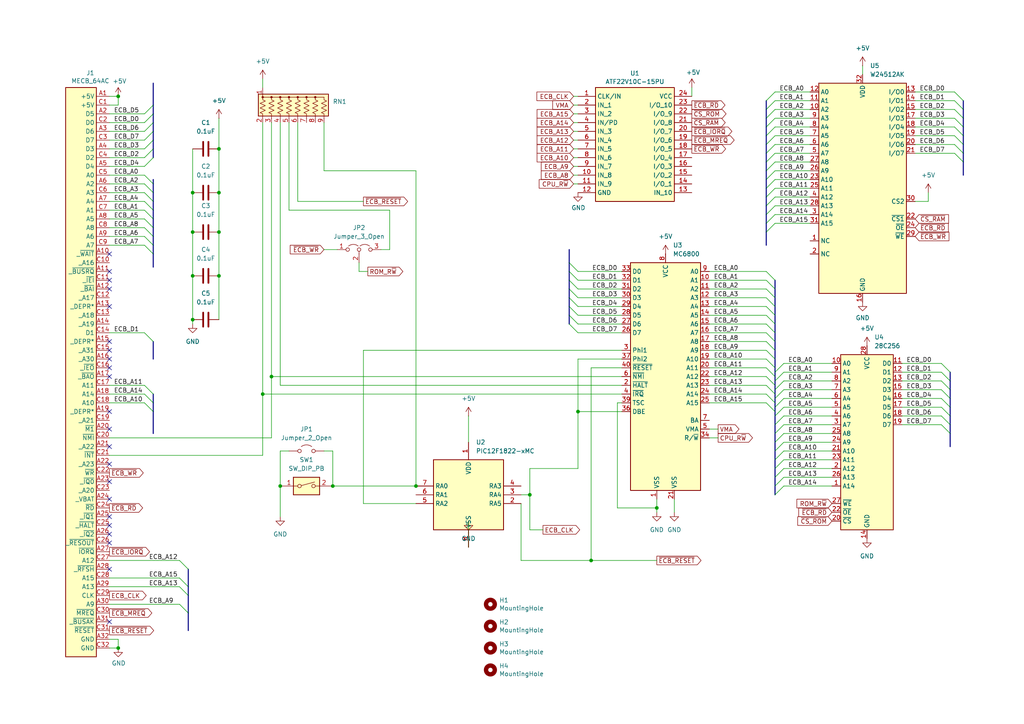
<source format=kicad_sch>
(kicad_sch (version 20250114) (generator "eeschema") (generator_version "9.0")
  (paper "A4")
  (title_block (title "Minimalist Europe Card Bus (MECB) 6800 Board") (date "2025-05") (rev "1.0") (comment 1 "For Minimalist Europe Card Bus (MECB). "))
  (junction (at 55.88 92.71))
  (junction (at 78.74 109.22))
  (junction (at 171.45 162.56))
  (junction (at 63.5 67.31))
  (junction (at 81.28 140.97))
  (junction (at 190.5 147.32))
  (junction (at 63.5 55.88))
  (junction (at 34.29 187.96))
  (junction (at 96.52 140.97))
  (junction (at 55.88 67.31))
  (junction (at 63.5 80.01))
  (junction (at 55.88 55.88))
  (junction (at 76.2 114.3))
  (junction (at 120.65 140.97))
  (junction (at 167.64 119.38))
  (junction (at 55.88 80.01))
  (junction (at 63.5 43.18))
  (junction (at 34.29 27.94))
  (junction (at 153.67 143.51))
  (no_connect (at 31.75 78.74))
  (no_connect (at 31.75 88.9))
  (no_connect (at 31.75 165.1))
  (no_connect (at 31.75 180.34))
  (no_connect (at 31.75 73.66))
  (no_connect (at 31.75 139.7))
  (no_connect (at 31.75 124.46))
  (no_connect (at 31.75 83.82))
  (no_connect (at 31.75 134.62))
  (no_connect (at 31.75 152.4))
  (no_connect (at 31.75 109.22))
  (no_connect (at 31.75 101.6))
  (no_connect (at 31.75 154.94))
  (no_connect (at 31.75 149.86))
  (no_connect (at 31.75 104.14))
  (no_connect (at 31.75 157.48))
  (no_connect (at 31.75 129.54))
  (no_connect (at 31.75 106.68))
  (no_connect (at 31.75 119.38))
  (no_connect (at 31.75 144.78))
  (no_connect (at 31.75 99.06))
  (no_connect (at 31.75 81.28))
  (bus_entry (at 44.45 53.34) (size -2.54 -2.54))
  (bus_entry (at 273.05 110.49) (size 2.54 2.54))
  (bus_entry (at 273.05 115.57) (size 2.54 2.54))
  (bus_entry (at 222.25 109.22) (size 2.54 2.54))
  (bus_entry (at 222.25 101.6) (size 2.54 2.54))
  (bus_entry (at 52.07 175.26) (size 2.54 2.54))
  (bus_entry (at 222.25 83.82) (size 2.54 2.54))
  (bus_entry (at 52.07 170.18) (size 2.54 2.54))
  (bus_entry (at 224.79 64.77) (size -2.54 2.54))
  (bus_entry (at 227.33 107.95) (size -2.54 2.54))
  (bus_entry (at 222.25 81.28) (size 2.54 2.54))
  (bus_entry (at 273.05 107.95) (size 2.54 2.54))
  (bus_entry (at 52.07 162.56) (size 2.54 2.54))
  (bus_entry (at 227.33 120.65) (size -2.54 2.54))
  (bus_entry (at 227.33 138.43) (size -2.54 2.54))
  (bus_entry (at 276.86 36.83) (size 2.54 2.54))
  (bus_entry (at 276.86 29.21) (size 2.54 2.54))
  (bus_entry (at 41.91 43.18) (size 2.54 -2.54))
  (bus_entry (at 227.33 115.57) (size -2.54 2.54))
  (bus_entry (at 273.05 123.19) (size 2.54 2.54))
  (bus_entry (at 41.91 38.1) (size 2.54 -2.54))
  (bus_entry (at 167.64 93.98) (size -2.54 -2.54))
  (bus_entry (at 222.25 114.3) (size 2.54 2.54))
  (bus_entry (at 44.45 55.88) (size -2.54 -2.54))
  (bus_entry (at 276.86 44.45) (size 2.54 2.54))
  (bus_entry (at 167.64 88.9) (size -2.54 -2.54))
  (bus_entry (at 273.05 113.03) (size 2.54 2.54))
  (bus_entry (at 44.45 63.5) (size -2.54 -2.54))
  (bus_entry (at 224.79 54.61) (size -2.54 2.54))
  (bus_entry (at 222.25 93.98) (size 2.54 2.54))
  (bus_entry (at 224.79 34.29) (size -2.54 2.54))
  (bus_entry (at 224.79 44.45) (size -2.54 2.54))
  (bus_entry (at 222.25 111.76) (size 2.54 2.54))
  (bus_entry (at 222.25 91.44) (size 2.54 2.54))
  (bus_entry (at 222.25 104.14) (size 2.54 2.54))
  (bus_entry (at 227.33 105.41) (size -2.54 2.54))
  (bus_entry (at 227.33 133.35) (size -2.54 2.54))
  (bus_entry (at 273.05 120.65) (size 2.54 2.54))
  (bus_entry (at 222.25 86.36) (size 2.54 2.54))
  (bus_entry (at 224.79 29.21) (size -2.54 2.54))
  (bus_entry (at 52.07 167.64) (size 2.54 2.54))
  (bus_entry (at 224.79 62.23) (size -2.54 2.54))
  (bus_entry (at 276.86 39.37) (size 2.54 2.54))
  (bus_entry (at 44.45 68.58) (size -2.54 -2.54))
  (bus_entry (at 224.79 31.75) (size -2.54 2.54))
  (bus_entry (at 276.86 31.75) (size 2.54 2.54))
  (bus_entry (at 41.91 48.26) (size 2.54 -2.54))
  (bus_entry (at 222.25 106.68) (size 2.54 2.54))
  (bus_entry (at 41.91 33.02) (size 2.54 -2.54))
  (bus_entry (at 41.91 116.84) (size 2.54 2.54))
  (bus_entry (at 224.79 49.53) (size -2.54 2.54))
  (bus_entry (at 224.79 39.37) (size -2.54 2.54))
  (bus_entry (at 273.05 118.11) (size 2.54 2.54))
  (bus_entry (at 222.25 78.74) (size 2.54 2.54))
  (bus_entry (at 224.79 59.69) (size -2.54 2.54))
  (bus_entry (at 224.79 52.07) (size -2.54 2.54))
  (bus_entry (at 167.64 91.44) (size -2.54 -2.54))
  (bus_entry (at 41.91 111.76) (size 2.54 2.54))
  (bus_entry (at 227.33 140.97) (size -2.54 2.54))
  (bus_entry (at 227.33 118.11) (size -2.54 2.54))
  (bus_entry (at 167.64 96.52) (size -2.54 -2.54))
  (bus_entry (at 276.86 26.67) (size 2.54 2.54))
  (bus_entry (at 41.91 96.52) (size 2.54 2.54))
  (bus_entry (at 273.05 105.41) (size 2.54 2.54))
  (bus_entry (at 227.33 128.27) (size -2.54 2.54))
  (bus_entry (at 44.45 73.66) (size -2.54 -2.54))
  (bus_entry (at 227.33 123.19) (size -2.54 2.54))
  (bus_entry (at 41.91 45.72) (size 2.54 -2.54))
  (bus_entry (at 224.79 26.67) (size -2.54 2.54))
  (bus_entry (at 276.86 34.29) (size 2.54 2.54))
  (bus_entry (at 167.64 81.28) (size -2.54 -2.54))
  (bus_entry (at 224.79 57.15) (size -2.54 2.54))
  (bus_entry (at 44.45 66.04) (size -2.54 -2.54))
  (bus_entry (at 167.64 83.82) (size -2.54 -2.54))
  (bus_entry (at 167.64 86.36) (size -2.54 -2.54))
  (bus_entry (at 167.64 78.74) (size -2.54 -2.54))
  (bus_entry (at 276.86 41.91) (size 2.54 2.54))
  (bus_entry (at 222.25 99.06) (size 2.54 2.54))
  (bus_entry (at 222.25 96.52) (size 2.54 2.54))
  (bus_entry (at 222.25 88.9) (size 2.54 2.54))
  (bus_entry (at 227.33 110.49) (size -2.54 2.54))
  (bus_entry (at 41.91 35.56) (size 2.54 -2.54))
  (bus_entry (at 224.79 36.83) (size -2.54 2.54))
  (bus_entry (at 224.79 41.91) (size -2.54 2.54))
  (bus_entry (at 41.91 114.3) (size 2.54 2.54))
  (bus_entry (at 44.45 71.12) (size -2.54 -2.54))
  (bus_entry (at 222.25 116.84) (size 2.54 2.54))
  (bus_entry (at 227.33 113.03) (size -2.54 2.54))
  (bus_entry (at 227.33 135.89) (size -2.54 2.54))
  (bus_entry (at 41.91 40.64) (size 2.54 -2.54))
  (bus_entry (at 224.79 46.99) (size -2.54 2.54))
  (bus_entry (at 44.45 58.42) (size -2.54 -2.54))
  (bus_entry (at 227.33 130.81) (size -2.54 2.54))
  (bus_entry (at 44.45 60.96) (size -2.54 -2.54))
  (bus_entry (at 227.33 125.73) (size -2.54 2.54))
  (bus (pts (xy 165.1 91.44) (xy 165.1 88.9)))
  (bus (pts (xy 224.79 130.81) (xy 224.79 133.35)))
  (wire (pts (xy 55.88 55.88) (xy 55.88 67.31)))
  (wire (pts (xy 205.74 78.74) (xy 222.25 78.74)))
  (wire (pts (xy 241.3 133.35) (xy 227.33 133.35)))
  (wire (pts (xy 166.37 43.18) (xy 167.64 43.18)))
  (wire (pts (xy 31.75 40.64) (xy 41.91 40.64)))
  (wire (pts (xy 241.3 118.11) (xy 227.33 118.11)))
  (wire (pts (xy 241.3 110.49) (xy 227.33 110.49)))
  (wire (pts (xy 166.37 30.48) (xy 167.64 30.48)))
  (wire (pts (xy 269.24 58.42) (xy 265.43 58.42)))
  (wire (pts (xy 81.28 111.76) (xy 81.28 35.56)))
  (wire (pts (xy 234.95 36.83) (xy 224.79 36.83)))
  (wire (pts (xy 227.33 135.89) (xy 241.3 135.89)))
  (wire (pts (xy 205.74 91.44) (xy 222.25 91.44)))
  (bus (pts (xy 44.45 24.13) (xy 44.45 30.48)))
  (wire (pts (xy 151.13 162.56) (xy 171.45 162.56)))
  (wire (pts (xy 31.75 63.5) (xy 41.91 63.5)))
  (bus (pts (xy 224.79 110.49) (xy 224.79 111.76)))
  (wire (pts (xy 265.43 34.29) (xy 276.86 34.29)))
  (bus (pts (xy 222.25 34.29) (xy 222.25 36.83)))
  (bus (pts (xy 54.61 170.18) (xy 54.61 172.72)))
  (bus (pts (xy 165.1 81.28) (xy 165.1 78.74)))
  (bus (pts (xy 165.1 78.74) (xy 165.1 76.2)))
  (wire (pts (xy 31.75 71.12) (xy 41.91 71.12)))
  (bus (pts (xy 222.25 57.15) (xy 222.25 59.69)))
  (wire (pts (xy 31.75 185.42) (xy 34.29 185.42)))
  (wire (pts (xy 96.52 140.97) (xy 120.65 140.97)))
  (bus (pts (xy 279.4 34.29) (xy 279.4 36.83)))
  (wire (pts (xy 195.58 148.59) (xy 195.58 144.78)))
  (wire (pts (xy 227.33 123.19) (xy 241.3 123.19)))
  (wire (pts (xy 261.62 115.57) (xy 273.05 115.57)))
  (bus (pts (xy 279.4 29.21) (xy 279.4 31.75)))
  (wire (pts (xy 76.2 114.3) (xy 180.34 114.3)))
  (bus (pts (xy 275.59 110.49) (xy 275.59 113.03)))
  (bus (pts (xy 224.79 86.36) (xy 224.79 88.9)))
  (wire (pts (xy 205.74 109.22) (xy 222.25 109.22)))
  (wire (pts (xy 135.89 158.75) (xy 135.89 151.13)))
  (wire (pts (xy 31.75 116.84) (xy 41.91 116.84)))
  (bus (pts (xy 222.25 31.75) (xy 222.25 34.29)))
  (wire (pts (xy 31.75 53.34) (xy 41.91 53.34)))
  (wire (pts (xy 265.43 29.21) (xy 276.86 29.21)))
  (wire (pts (xy 205.74 96.52) (xy 222.25 96.52)))
  (wire (pts (xy 78.74 127) (xy 78.74 109.22)))
  (wire (pts (xy 31.75 45.72) (xy 41.91 45.72)))
  (wire (pts (xy 261.62 113.03) (xy 273.05 113.03)))
  (wire (pts (xy 224.79 64.77) (xy 234.95 64.77)))
  (bus (pts (xy 224.79 133.35) (xy 224.79 135.89)))
  (wire (pts (xy 153.67 143.51) (xy 151.13 143.51)))
  (wire (pts (xy 180.34 81.28) (xy 167.64 81.28)))
  (wire (pts (xy 265.43 36.83) (xy 276.86 36.83)))
  (bus (pts (xy 222.25 64.77) (xy 222.25 67.31)))
  (wire (pts (xy 31.75 38.1) (xy 41.91 38.1)))
  (bus (pts (xy 222.25 62.23) (xy 222.25 64.77)))
  (wire (pts (xy 153.67 143.51) (xy 153.67 135.89)))
  (wire (pts (xy 180.34 91.44) (xy 167.64 91.44)))
  (wire (pts (xy 31.75 162.56) (xy 52.07 162.56)))
  (bus (pts (xy 224.79 81.28) (xy 224.79 83.82)))
  (bus (pts (xy 165.1 76.2) (xy 165.1 72.39)))
  (wire (pts (xy 31.75 48.26) (xy 41.91 48.26)))
  (wire (pts (xy 78.74 109.22) (xy 180.34 109.22)))
  (wire (pts (xy 76.2 22.86) (xy 76.2 25.4)))
  (wire (pts (xy 31.75 50.8) (xy 41.91 50.8)))
  (bus (pts (xy 44.45 99.06) (xy 44.45 104.14)))
  (wire (pts (xy 180.34 106.68) (xy 171.45 106.68)))
  (wire (pts (xy 104.14 78.74) (xy 106.68 78.74)))
  (wire (pts (xy 31.75 127) (xy 78.74 127)))
  (bus (pts (xy 222.25 67.31) (xy 222.25 71.12)))
  (bus (pts (xy 165.1 93.98) (xy 165.1 91.44)))
  (bus (pts (xy 44.45 43.18) (xy 44.45 45.72)))
  (bus (pts (xy 222.25 39.37) (xy 222.25 41.91)))
  (bus (pts (xy 224.79 96.52) (xy 224.79 99.06)))
  (wire (pts (xy 205.74 81.28) (xy 222.25 81.28)))
  (wire (pts (xy 31.75 33.02) (xy 41.91 33.02)))
  (wire (pts (xy 31.75 43.18) (xy 41.91 43.18)))
  (bus (pts (xy 224.79 113.03) (xy 224.79 114.3)))
  (wire (pts (xy 205.74 99.06) (xy 222.25 99.06)))
  (wire (pts (xy 234.95 62.23) (xy 224.79 62.23)))
  (wire (pts (xy 31.75 60.96) (xy 41.91 60.96)))
  (wire (pts (xy 31.75 58.42) (xy 41.91 58.42)))
  (bus (pts (xy 54.61 172.72) (xy 54.61 177.8)))
  (wire (pts (xy 269.24 55.88) (xy 269.24 58.42)))
  (bus (pts (xy 224.79 109.22) (xy 224.79 110.49)))
  (wire (pts (xy 179.07 116.84) (xy 179.07 147.32)))
  (wire (pts (xy 208.28 124.46) (xy 205.74 124.46)))
  (wire (pts (xy 227.33 130.81) (xy 241.3 130.81)))
  (wire (pts (xy 31.75 167.64) (xy 52.07 167.64)))
  (bus (pts (xy 222.25 54.61) (xy 222.25 57.15)))
  (wire (pts (xy 63.5 80.01) (xy 63.5 92.71)))
  (bus (pts (xy 44.45 63.5) (xy 44.45 66.04)))
  (wire (pts (xy 93.98 130.81) (xy 96.52 130.81)))
  (bus (pts (xy 165.1 86.36) (xy 165.1 83.82)))
  (wire (pts (xy 200.66 25.4) (xy 200.66 27.94)))
  (bus (pts (xy 44.45 52.07) (xy 44.45 53.34)))
  (bus (pts (xy 279.4 31.75) (xy 279.4 34.29)))
  (bus (pts (xy 165.1 83.82) (xy 165.1 81.28)))
  (bus (pts (xy 44.45 68.58) (xy 44.45 71.12)))
  (wire (pts (xy 93.98 49.53) (xy 120.65 49.53)))
  (wire (pts (xy 31.75 55.88) (xy 41.91 55.88)))
  (wire (pts (xy 110.49 72.39) (xy 113.03 72.39)))
  (wire (pts (xy 31.75 111.76) (xy 41.91 111.76)))
  (wire (pts (xy 208.28 127) (xy 205.74 127)))
  (bus (pts (xy 224.79 116.84) (xy 224.79 118.11)))
  (wire (pts (xy 190.5 148.59) (xy 190.5 147.32)))
  (wire (pts (xy 180.34 88.9) (xy 167.64 88.9)))
  (wire (pts (xy 180.34 101.6) (xy 105.41 101.6)))
  (bus (pts (xy 222.25 41.91) (xy 222.25 44.45)))
  (wire (pts (xy 241.3 107.95) (xy 227.33 107.95)))
  (wire (pts (xy 96.52 130.81) (xy 96.52 140.97)))
  (bus (pts (xy 279.4 39.37) (xy 279.4 41.91)))
  (bus (pts (xy 224.79 101.6) (xy 224.79 104.14)))
  (bus (pts (xy 44.45 55.88) (xy 44.45 58.42)))
  (wire (pts (xy 166.37 27.94) (xy 167.64 27.94)))
  (bus (pts (xy 279.4 36.83) (xy 279.4 39.37)))
  (wire (pts (xy 31.75 114.3) (xy 41.91 114.3)))
  (wire (pts (xy 104.14 76.2) (xy 104.14 78.74)))
  (wire (pts (xy 224.79 46.99) (xy 234.95 46.99)))
  (wire (pts (xy 31.75 68.58) (xy 41.91 68.58)))
  (wire (pts (xy 76.2 35.56) (xy 76.2 114.3)))
  (wire (pts (xy 261.62 120.65) (xy 273.05 120.65)))
  (bus (pts (xy 224.79 123.19) (xy 224.79 125.73)))
  (wire (pts (xy 180.34 86.36) (xy 167.64 86.36)))
  (wire (pts (xy 180.34 93.98) (xy 167.64 93.98)))
  (wire (pts (xy 105.41 146.05) (xy 120.65 146.05)))
  (bus (pts (xy 224.79 114.3) (xy 224.79 115.57)))
  (wire (pts (xy 205.74 114.3) (xy 222.25 114.3)))
  (bus (pts (xy 279.4 44.45) (xy 279.4 46.99)))
  (wire (pts (xy 166.37 48.26) (xy 167.64 48.26)))
  (wire (pts (xy 227.33 125.73) (xy 241.3 125.73)))
  (wire (pts (xy 227.33 105.41) (xy 241.3 105.41)))
  (bus (pts (xy 275.59 118.11) (xy 275.59 120.65)))
  (bus (pts (xy 44.45 71.12) (xy 44.45 73.66)))
  (wire (pts (xy 227.33 128.27) (xy 241.3 128.27)))
  (bus (pts (xy 224.79 135.89) (xy 224.79 138.43)))
  (wire (pts (xy 261.62 110.49) (xy 273.05 110.49)))
  (wire (pts (xy 81.28 140.97) (xy 81.28 149.86)))
  (bus (pts (xy 275.59 115.57) (xy 275.59 118.11)))
  (bus (pts (xy 44.45 116.84) (xy 44.45 119.38)))
  (wire (pts (xy 31.75 35.56) (xy 41.91 35.56)))
  (wire (pts (xy 166.37 38.1) (xy 167.64 38.1)))
  (bus (pts (xy 224.79 99.06) (xy 224.79 101.6)))
  (bus (pts (xy 222.25 52.07) (xy 222.25 54.61)))
  (wire (pts (xy 76.2 114.3) (xy 76.2 132.08)))
  (wire (pts (xy 179.07 147.32) (xy 190.5 147.32)))
  (wire (pts (xy 261.62 123.19) (xy 273.05 123.19)))
  (bus (pts (xy 54.61 165.1) (xy 54.61 170.18)))
  (wire (pts (xy 224.79 49.53) (xy 234.95 49.53)))
  (bus (pts (xy 224.79 118.11) (xy 224.79 119.38)))
  (wire (pts (xy 241.3 140.97) (xy 227.33 140.97)))
  (wire (pts (xy 234.95 34.29) (xy 224.79 34.29)))
  (wire (pts (xy 205.74 111.76) (xy 222.25 111.76)))
  (wire (pts (xy 55.88 67.31) (xy 55.88 80.01)))
  (bus (pts (xy 224.79 128.27) (xy 224.79 130.81)))
  (wire (pts (xy 55.88 80.01) (xy 55.88 92.71)))
  (wire (pts (xy 151.13 146.05) (xy 151.13 162.56)))
  (wire (pts (xy 113.03 60.96) (xy 83.82 60.96)))
  (wire (pts (xy 261.62 105.41) (xy 273.05 105.41)))
  (wire (pts (xy 261.62 118.11) (xy 273.05 118.11)))
  (wire (pts (xy 83.82 60.96) (xy 83.82 35.56)))
  (wire (pts (xy 31.75 96.52) (xy 41.91 96.52)))
  (bus (pts (xy 224.79 93.98) (xy 224.79 96.52)))
  (bus (pts (xy 54.61 177.8) (xy 54.61 182.88)))
  (bus (pts (xy 279.4 46.99) (xy 279.4 50.8)))
  (bus (pts (xy 44.45 38.1) (xy 44.45 40.64)))
  (bus (pts (xy 44.45 40.64) (xy 44.45 43.18)))
  (wire (pts (xy 166.37 53.34) (xy 167.64 53.34)))
  (wire (pts (xy 234.95 31.75) (xy 224.79 31.75)))
  (bus (pts (xy 275.59 120.65) (xy 275.59 123.19)))
  (wire (pts (xy 234.95 39.37) (xy 224.79 39.37)))
  (bus (pts (xy 224.79 120.65) (xy 224.79 123.19)))
  (bus (pts (xy 44.45 68.58) (xy 44.45 66.04)))
  (bus (pts (xy 222.25 36.83) (xy 222.25 39.37)))
  (bus (pts (xy 224.79 104.14) (xy 224.79 106.68)))
  (bus (pts (xy 224.79 106.68) (xy 224.79 107.95)))
  (wire (pts (xy 34.29 30.48) (xy 34.29 27.94)))
  (wire (pts (xy 205.74 83.82) (xy 222.25 83.82)))
  (wire (pts (xy 63.5 34.29) (xy 63.5 43.18)))
  (bus (pts (xy 222.25 59.69) (xy 222.25 62.23)))
  (wire (pts (xy 265.43 31.75) (xy 276.86 31.75)))
  (wire (pts (xy 180.34 104.14) (xy 167.64 104.14)))
  (wire (pts (xy 234.95 29.21) (xy 224.79 29.21)))
  (wire (pts (xy 31.75 30.48) (xy 34.29 30.48)))
  (wire (pts (xy 180.34 111.76) (xy 81.28 111.76)))
  (wire (pts (xy 250.19 19.05) (xy 250.19 21.59)))
  (bus (pts (xy 224.79 83.82) (xy 224.79 86.36)))
  (wire (pts (xy 31.75 170.18) (xy 52.07 170.18)))
  (wire (pts (xy 166.37 50.8) (xy 167.64 50.8)))
  (wire (pts (xy 157.48 153.67) (xy 153.67 153.67)))
  (bus (pts (xy 224.79 111.76) (xy 224.79 113.03)))
  (wire (pts (xy 166.37 33.02) (xy 167.64 33.02)))
  (wire (pts (xy 167.64 119.38) (xy 180.34 119.38)))
  (wire (pts (xy 224.79 26.67) (xy 234.95 26.67)))
  (wire (pts (xy 167.64 119.38) (xy 167.64 135.89)))
  (wire (pts (xy 31.75 132.08) (xy 76.2 132.08)))
  (wire (pts (xy 180.34 96.52) (xy 167.64 96.52)))
  (bus (pts (xy 224.79 138.43) (xy 224.79 140.97)))
  (bus (pts (xy 44.45 119.38) (xy 44.45 125.73)))
  (wire (pts (xy 224.79 52.07) (xy 234.95 52.07)))
  (wire (pts (xy 205.74 101.6) (xy 222.25 101.6)))
  (wire (pts (xy 34.29 185.42) (xy 34.29 187.96)))
  (wire (pts (xy 63.5 55.88) (xy 63.5 67.31)))
  (wire (pts (xy 224.79 44.45) (xy 234.95 44.45)))
  (wire (pts (xy 63.5 67.31) (xy 63.5 80.01)))
  (wire (pts (xy 205.74 106.68) (xy 222.25 106.68)))
  (wire (pts (xy 180.34 116.84) (xy 179.07 116.84)))
  (wire (pts (xy 78.74 35.56) (xy 78.74 109.22)))
  (wire (pts (xy 205.74 93.98) (xy 222.25 93.98)))
  (bus (pts (xy 279.4 41.91) (xy 279.4 44.45)))
  (wire (pts (xy 265.43 41.91) (xy 276.86 41.91)))
  (wire (pts (xy 166.37 40.64) (xy 167.64 40.64)))
  (wire (pts (xy 224.79 59.69) (xy 234.95 59.69)))
  (wire (pts (xy 63.5 43.18) (xy 63.5 55.88)))
  (bus (pts (xy 275.59 113.03) (xy 275.59 115.57)))
  (wire (pts (xy 167.64 104.14) (xy 167.64 119.38)))
  (bus (pts (xy 224.79 119.38) (xy 224.79 120.65)))
  (wire (pts (xy 113.03 60.96) (xy 113.03 72.39)))
  (wire (pts (xy 31.75 187.96) (xy 34.29 187.96)))
  (wire (pts (xy 227.33 138.43) (xy 241.3 138.43)))
  (wire (pts (xy 171.45 106.68) (xy 171.45 162.56)))
  (bus (pts (xy 275.59 107.95) (xy 275.59 110.49)))
  (wire (pts (xy 241.3 113.03) (xy 227.33 113.03)))
  (bus (pts (xy 44.45 33.02) (xy 44.45 35.56)))
  (bus (pts (xy 224.79 88.9) (xy 224.79 91.44)))
  (bus (pts (xy 224.79 107.95) (xy 224.79 109.22)))
  (wire (pts (xy 241.3 120.65) (xy 227.33 120.65)))
  (bus (pts (xy 224.79 91.44) (xy 224.79 93.98)))
  (bus (pts (xy 44.45 58.42) (xy 44.45 60.96)))
  (bus (pts (xy 275.59 125.73) (xy 275.59 129.54)))
  (wire (pts (xy 224.79 57.15) (xy 234.95 57.15)))
  (wire (pts (xy 167.64 135.89) (xy 153.67 135.89)))
  (wire (pts (xy 265.43 39.37) (xy 276.86 39.37)))
  (wire (pts (xy 93.98 72.39) (xy 97.79 72.39)))
  (wire (pts (xy 265.43 26.67) (xy 276.86 26.67)))
  (bus (pts (xy 224.79 143.51) (xy 224.79 140.97)))
  (wire (pts (xy 190.5 147.32) (xy 190.5 144.78)))
  (wire (pts (xy 234.95 41.91) (xy 224.79 41.91)))
  (wire (pts (xy 205.74 104.14) (xy 222.25 104.14)))
  (wire (pts (xy 241.3 115.57) (xy 227.33 115.57)))
  (wire (pts (xy 86.36 35.56) (xy 86.36 58.42)))
  (bus (pts (xy 165.1 88.9) (xy 165.1 86.36)))
  (bus (pts (xy 224.79 115.57) (xy 224.79 116.84)))
  (wire (pts (xy 86.36 58.42) (xy 105.41 58.42)))
  (wire (pts (xy 205.74 116.84) (xy 222.25 116.84)))
  (wire (pts (xy 83.82 130.81) (xy 81.28 130.81)))
  (wire (pts (xy 93.98 35.56) (xy 93.98 49.53)))
  (wire (pts (xy 105.41 101.6) (xy 105.41 146.05)))
  (wire (pts (xy 153.67 153.67) (xy 153.67 143.51)))
  (bus (pts (xy 44.45 114.3) (xy 44.45 116.84)))
  (wire (pts (xy 205.74 88.9) (xy 222.25 88.9)))
  (wire (pts (xy 261.62 107.95) (xy 273.05 107.95)))
  (bus (pts (xy 222.25 44.45) (xy 222.25 46.99)))
  (bus (pts (xy 275.59 123.19) (xy 275.59 125.73)))
  (bus (pts (xy 224.79 125.73) (xy 224.79 128.27)))
  (wire (pts (xy 171.45 162.56) (xy 190.5 162.56)))
  (wire (pts (xy 135.89 128.27) (xy 135.89 120.65)))
  (bus (pts (xy 44.45 53.34) (xy 44.45 55.88)))
  (bus (pts (xy 44.45 60.96) (xy 44.45 63.5)))
  (bus (pts (xy 44.45 35.56) (xy 44.45 38.1)))
  (bus (pts (xy 44.45 73.66) (xy 44.45 77.47)))
  (wire (pts (xy 180.34 78.74) (xy 167.64 78.74)))
  (bus (pts (xy 222.25 46.99) (xy 222.25 49.53)))
  (wire (pts (xy 55.88 43.18) (xy 55.88 55.88)))
  (wire (pts (xy 180.34 83.82) (xy 167.64 83.82)))
  (wire (pts (xy 166.37 45.72) (xy 167.64 45.72)))
  (wire (pts (xy 31.75 66.04) (xy 41.91 66.04)))
  (wire (pts (xy 234.95 54.61) (xy 224.79 54.61)))
  (wire (pts (xy 265.43 44.45) (xy 276.86 44.45)))
  (wire (pts (xy 166.37 35.56) (xy 167.64 35.56)))
  (wire (pts (xy 205.74 86.36) (xy 222.25 86.36)))
  (wire (pts (xy 81.28 130.81) (xy 81.28 140.97)))
  (wire (pts (xy 55.88 92.71) (xy 55.88 93.98)))
  (bus (pts (xy 222.25 29.21) (xy 222.25 31.75)))
  (wire (pts (xy 120.65 49.53) (xy 120.65 140.97)))
  (wire (pts (xy 31.75 175.26) (xy 52.07 175.26)))
  (wire (pts (xy 31.75 27.94) (xy 34.29 27.94)))
  (bus (pts (xy 222.25 49.53) (xy 222.25 52.07)))
  (bus (pts (xy 44.45 30.48) (xy 44.45 33.02)))
  (label "ECB_D0" (at 262.89 105.41 0))
  (label "ECB_A2" (at 228.6 110.49 0))
  (label "ECB_D3" (at 266.7 34.29 0))
  (label "ECB_A2" (at 226.06 31.75 0))
  (label "ECB_A1" (at 228.6 107.95 0))
  (label "ECB_A3" (at 207.01 86.36 0))
  (label "ECB_A15" (at 43.18 167.64 0))
  (label "ECB_A13" (at 207.01 111.76 0))
  (label "ECB_D0" (at 179.07 78.74 180))
  (label "ECB_D3" (at 179.07 86.36 180))
  (label "ECB_A8" (at 207.01 99.06 0))
  (label "ECB_A15" (at 207.01 116.84 0))
  (label "ECB_A13" (at 228.6 138.43 0))
  (label "ECB_D6" (at 266.7 41.91 0))
  (label "ECB_A0" (at 207.01 78.74 0))
  (label "ECB_D3" (at 33.02 43.18 0))
  (label "ECB_D2" (at 266.7 31.75 0))
  (label "ECB_A12" (at 43.18 162.56 0))
  (label "ECB_A7" (at 228.6 123.19 0))
  (label "ECB_A9" (at 228.6 128.27 0))
  (label "ECB_A8" (at 226.06 46.99 0))
  (label "ECB_A15" (at 226.06 64.77 0))
  (label "ECB_A12" (at 228.6 135.89 0))
  (label "ECB_D4" (at 179.07 88.9 180))
  (label "ECB_D2" (at 262.89 110.49 0))
  (label "ECB_A13" (at 226.06 59.69 0))
  (label "ECB_A9" (at 226.06 49.53 0))
  (label "ECB_A14" (at 226.06 62.23 0))
  (label "ECB_D0" (at 33.02 35.56 0))
  (label "ECB_A0" (at 33.02 50.8 0))
  (label "ECB_A10" (at 226.06 52.07 0))
  (label "ECB_D4" (at 262.89 115.57 0))
  (label "ECB_D7" (at 33.02 40.64 0))
  (label "ECB_D6" (at 33.02 38.1 0))
  (label "ECB_A4" (at 207.01 88.9 0))
  (label "ECB_A8" (at 228.6 125.73 0))
  (label "ECB_A1" (at 226.06 29.21 0))
  (label "ECB_A6" (at 33.02 68.58 0))
  (label "ECB_D5" (at 33.02 33.02 0))
  (label "ECB_A10" (at 207.01 104.14 0))
  (label "ECB_A11" (at 33.02 111.76 0))
  (label "ECB_A7" (at 207.01 96.52 0))
  (label "ECB_A4" (at 33.02 58.42 0))
  (label "ECB_A11" (at 228.6 133.35 0))
  (label "ECB_A10" (at 228.6 130.81 0))
  (label "ECB_A5" (at 207.01 91.44 0))
  (label "ECB_A14" (at 207.01 114.3 0))
  (label "ECB_D1" (at 266.7 29.21 0))
  (label "ECB_A6" (at 207.01 93.98 0))
  (label "ECB_A3" (at 33.02 55.88 0))
  (label "ECB_A2" (at 33.02 53.34 0))
  (label "ECB_A5" (at 228.6 118.11 0))
  (label "ECB_A10" (at 33.02 116.84 0))
  (label "ECB_A5" (at 226.06 39.37 0))
  (label "ECB_D1" (at 262.89 107.95 0))
  (label "ECB_A5" (at 33.02 63.5 0))
  (label "ECB_A4" (at 228.6 115.57 0))
  (label "ECB_A11" (at 207.01 106.68 0))
  (label "ECB_A2" (at 207.01 83.82 0))
  (label "ECB_D7" (at 262.89 123.19 0))
  (label "ECB_D1" (at 179.07 81.28 180))
  (label "ECB_A12" (at 207.01 109.22 0))
  (label "ECB_A7" (at 226.06 44.45 0))
  (label "ECB_D4" (at 33.02 48.26 0))
  (label "ECB_D2" (at 179.07 83.82 180))
  (label "ECB_A8" (at 33.02 66.04 0))
  (label "ECB_A0" (at 228.6 105.41 0))
  (label "ECB_D3" (at 262.89 113.03 0))
  (label "ECB_A11" (at 226.06 54.61 0))
  (label "ECB_A3" (at 228.6 113.03 0))
  (label "ECB_D1" (at 33.02 96.52 0))
  (label "ECB_A12" (at 226.06 57.15 0))
  (label "ECB_A9" (at 43.18 175.26 0))
  (label "ECB_D5" (at 179.07 91.44 180))
  (label "ECB_A1" (at 207.01 81.28 0))
  (label "ECB_A13" (at 43.18 170.18 0))
  (label "ECB_A0" (at 226.06 26.67 0))
  (label "ECB_D6" (at 179.07 93.98 180))
  (label "ECB_D7" (at 179.07 96.52 180))
  (label "ECB_A7" (at 33.02 71.12 0))
  (label "ECB_D2" (at 33.02 45.72 0))
  (label "ECB_A14" (at 228.6 140.97 0))
  (label "ECB_D5" (at 262.89 118.11 0))
  (label "ECB_D6" (at 262.89 120.65 0))
  (label "ECB_A3" (at 226.06 34.29 0))
  (label "ECB_A6" (at 226.06 41.91 0))
  (label "ECB_D4" (at 266.7 36.83 0))
  (label "ECB_D5" (at 266.7 39.37 0))
  (label "ECB_A6" (at 228.6 120.65 0))
  (label "ECB_D0" (at 266.7 26.67 0))
  (label "ECB_A9" (at 207.01 101.6 0))
  (label "ECB_A14" (at 33.02 114.3 0))
  (label "ECB_D7" (at 266.7 44.45 0))
  (label "ECB_A1" (at 33.02 60.96 0))
  (label "ECB_A4" (at 226.06 36.83 0))
  (global_label "~{ECB_RESET}" (shape output) (at 31.75 182.88 0) (property "Intersheetrefs" "${INTERSHEET_REFS}" (effects (hide yes))))
  (global_label "~{ECB_MREQ}" (shape output) (at 31.75 177.8 0) (property "Intersheetrefs" "${INTERSHEET_REFS}" (effects (hide yes))))
  (global_label "~{CS_ROM}" (shape output) (at 200.66 33.02 0) (property "Intersheetrefs" "${INTERSHEET_REFS}" (effects (hide yes))))
  (global_label "ECB_CLK" (shape output) (at 31.75 172.72 0) (property "Intersheetrefs" "${INTERSHEET_REFS}" (effects (hide yes))))
  (global_label "~{ECB_WR}" (shape output) (at 200.66 43.18 0) (property "Intersheetrefs" "${INTERSHEET_REFS}" (effects (hide yes))))
  (global_label "ECB_CLK" (shape input) (at 166.37 27.94 180) (property "Intersheetrefs" "${INTERSHEET_REFS}" (effects (hide yes))))
  (global_label "CPU_R~{W}" (shape input) (at 166.37 53.34 180) (property "Intersheetrefs" "${INTERSHEET_REFS}" (effects (hide yes))))
  (global_label "~{ECB_IORQ}" (shape output) (at 31.75 160.02 0) (property "Intersheetrefs" "${INTERSHEET_REFS}" (effects (hide yes))))
  (global_label "~{ECB_RESET}" (shape output) (at 190.5 162.56 0) (property "Intersheetrefs" "${INTERSHEET_REFS}" (effects (hide yes))))
  (global_label "~{ECB_WR}" (shape input) (at 265.43 68.58 0) (property "Intersheetrefs" "${INTERSHEET_REFS}" (effects (hide yes))))
  (global_label "ECB_A12" (shape input) (at 166.37 40.64 180) (property "Intersheetrefs" "${INTERSHEET_REFS}" (effects (hide yes))))
  (global_label "~{ECB_RESET}" (shape output) (at 105.41 58.42 0) (property "Intersheetrefs" "${INTERSHEET_REFS}" (effects (hide yes))))
  (global_label "ECB_CLK" (shape output) (at 157.48 153.67 0) (property "Intersheetrefs" "${INTERSHEET_REFS}" (effects (hide yes))))
  (global_label "VMA" (shape input) (at 166.37 30.48 180) (property "Intersheetrefs" "${INTERSHEET_REFS}" (effects (hide yes))))
  (global_label "ECB_A9" (shape input) (at 166.37 48.26 180) (property "Intersheetrefs" "${INTERSHEET_REFS}" (effects (hide yes))))
  (global_label "ECB_A10" (shape input) (at 166.37 45.72 180) (property "Intersheetrefs" "${INTERSHEET_REFS}" (effects (hide yes))))
  (global_label "ECB_A13" (shape input) (at 166.37 38.1 180) (property "Intersheetrefs" "${INTERSHEET_REFS}" (effects (hide yes))))
  (global_label "VMA" (shape output) (at 208.28 124.46 0) (property "Intersheetrefs" "${INTERSHEET_REFS}" (effects (hide yes))))
  (global_label "ECB_A8" (shape input) (at 166.37 50.8 180) (property "Intersheetrefs" "${INTERSHEET_REFS}" (effects (hide yes))))
  (global_label "~{ECB_WR}" (shape output) (at 31.75 137.16 0) (property "Intersheetrefs" "${INTERSHEET_REFS}" (effects (hide yes))))
  (global_label "CPU_R~{W}" (shape output) (at 208.28 127 0) (property "Intersheetrefs" "${INTERSHEET_REFS}" (effects (hide yes))))
  (global_label "~{CS_ROM}" (shape input) (at 241.3 151.13 180) (property "Intersheetrefs" "${INTERSHEET_REFS}" (effects (hide yes))))
  (global_label "ECB_A14" (shape input) (at 166.37 35.56 180) (property "Intersheetrefs" "${INTERSHEET_REFS}" (effects (hide yes))))
  (global_label "ROM_R~{W}" (shape output) (at 106.68 78.74 0) (property "Intersheetrefs" "${INTERSHEET_REFS}" (effects (hide yes))))
  (global_label "~{CS_RAM}" (shape input) (at 265.43 63.5 0) (property "Intersheetrefs" "${INTERSHEET_REFS}" (effects (hide yes))))
  (global_label "~{ECB_RD}" (shape input) (at 241.3 148.59 180) (property "Intersheetrefs" "${INTERSHEET_REFS}" (effects (hide yes))))
  (global_label "~{ECB_IORQ}" (shape output) (at 200.66 38.1 0) (property "Intersheetrefs" "${INTERSHEET_REFS}" (effects (hide yes))))
  (global_label "~{ECB_WR}" (shape input) (at 93.98 72.39 180) (property "Intersheetrefs" "${INTERSHEET_REFS}" (effects (hide yes))))
  (global_label "~{ECB_RD}" (shape output) (at 200.66 30.48 0) (property "Intersheetrefs" "${INTERSHEET_REFS}" (effects (hide yes))))
  (global_label "~{CS_RAM}" (shape output) (at 200.66 35.56 0) (property "Intersheetrefs" "${INTERSHEET_REFS}" (effects (hide yes))))
  (global_label "ECB_A11" (shape input) (at 166.37 43.18 180) (property "Intersheetrefs" "${INTERSHEET_REFS}" (effects (hide yes))))
  (global_label "~{ECB_MREQ}" (shape output) (at 200.66 40.64 0) (property "Intersheetrefs" "${INTERSHEET_REFS}" (effects (hide yes))))
  (global_label "~{ECB_RD}" (shape input) (at 265.43 66.04 0) (property "Intersheetrefs" "${INTERSHEET_REFS}" (effects (hide yes))))
  (global_label "~{ECB_RD}" (shape output) (at 31.75 147.32 0) (property "Intersheetrefs" "${INTERSHEET_REFS}" (effects (hide yes))))
  (global_label "ROM_R~{W}" (shape input) (at 241.3 146.05 180) (property "Intersheetrefs" "${INTERSHEET_REFS}" (effects (hide yes))))
  (global_label "ECB_A15" (shape input) (at 166.37 33.02 180) (property "Intersheetrefs" "${INTERSHEET_REFS}" (effects (hide yes))))
  (symbol (lib_id "Mechanical:MountingHole") (at 142.24 187.96 0) (unit 1)
    (property "Reference" "H3" (at 144.78 186.7916 0) (effects (justify left)))
    (property "Value" "MountingHole" (at 144.78 189.103 0) (effects (justify left)))
    (property "Footprint" "MountingHole:MountingHole_3.2mm_M3" (effects (hide yes)))
  )
  (symbol (lib_id "Mechanical:MountingHole") (at 142.24 194.31 0) (unit 1)
    (property "Reference" "H4" (at 144.78 193.1416 0) (effects (justify left)))
    (property "Value" "MountingHole" (at 144.78 195.453 0) (effects (justify left)))
    (property "Footprint" "MountingHole:MountingHole_3.2mm_M3" (effects (hide yes)))
  )
  (symbol (lib_id "Mechanical:MountingHole") (at 142.24 175.26 0) (unit 1)
    (property "Reference" "H1" (at 144.78 174.0916 0) (effects (justify left)))
    (property "Value" "MountingHole" (at 144.78 176.403 0) (effects (justify left)))
    (property "Footprint" "MountingHole:MountingHole_3.2mm_M3" (effects (hide yes)))
  )
  (symbol (lib_id "Mechanical:MountingHole") (at 142.24 181.61 0) (unit 1)
    (property "Reference" "H2" (at 144.78 180.4416 0) (effects (justify left)))
    (property "Value" "MountingHole" (at 144.78 182.753 0) (effects (justify left)))
    (property "Footprint" "MountingHole:MountingHole_3.2mm_M3" (effects (hide yes)))
  )
  (symbol (lib_id "power:GND") (at 251.46 156.21 0) (unit 1)
    (property "Reference" "#PWR013" (effects (hide yes)))
    (property "Value" "GND" (at 251.46 161.29 0))
    (property "Description" "Power symbol creates a global label with name \"GND\" , ground" (effects (hide yes)))
  )
  (symbol (lib_id "Jumper:Jumper_2_Open") (at 88.9 130.81 0) (unit 1)
    (property "Reference" "JP1" (at 88.9 124.46 0))
    (property "Value" "Jumper_2_Open" (at 88.9 127 0))
    (property "Footprint" "Connector_PinHeader_2.54mm:PinHeader_1x02_P2.54mm_Vertical" (effects (hide yes)))
    (property "Description" "Jumper, 2-pole, open" (effects (hide yes)))
  )
  (symbol (lib_id "Device:C") (at 59.69 55.88 90) (unit 1)
    (property "Reference" "C2" (at 59.69 48.26 90))
    (property "Value" "0.1uF" (at 59.69 50.8 90))
    (property "Footprint" "Capacitor_THT:C_Disc_D5.0mm_W2.5mm_P5.00mm" (effects (hide yes)))
    (property "Description" "Unpolarized capacitor" (effects (hide yes)))
  )
  (symbol (lib_name "+5V_1") (lib_id "power:+5V") (at 269.24 55.88 0) (unit 1)
    (property "Reference" "#PWR011" (effects (hide yes)))
    (property "Value" "+5V" (at 269.24 50.8 0))
    (property "Description" "Power symbol creates a global label with name \"+5V\"" (effects (hide yes)))
  )
  (symbol (lib_id "Memory_EEPROM:28C256") (at 251.46 128.27 0) (unit 1)
    (property "Reference" "U4" (at 253.6033 97.79 0) (effects (justify left)))
    (property "Value" "28C256" (at 253.6033 100.33 0) (effects (justify left)))
    (property "Footprint" "Package_DIP:DIP-28_W15.24mm_Socket_LongPads" (effects (hide yes)))
    (property "Datasheet" "http://ww1.microchip.com/downloads/en/DeviceDoc/doc0006.pdf" (effects (hide yes)))
    (property "Description" "Paged Parallel EEPROM 256Kb (32K x 8), DIP-28/SOIC-28" (effects (hide yes)))
  )
  (symbol (lib_id "power:GND") (at 135.89 151.13 0) (unit 1)
    (property "Reference" "#PWR014" (effects (hide yes)))
    (property "Value" "GND" (at 135.89 156.21 0))
    (property "Description" "Power symbol creates a global label with name \"GND\" , ground" (effects (hide yes)))
  )
  (symbol (lib_id "Custom:W24512AK") (at 250.19 54.61 0) (unit 1)
    (property "Reference" "U5" (at 252.3333 19.05 0) (effects (justify left)))
    (property "Value" "W24512AK" (at 252.3333 21.59 0) (effects (justify left)))
    (property "Footprint" "Package_DIP:DIP-32_W7.62mm" (effects (hide yes)))
    (property "Datasheet" "http://www.issi.com/WW/pdf/61-64C5128AL.pdf" (effects (hide yes)))
    (property "Description" "512K x 8 HIGH-SPEED CMOS STATIC RAM, 25ns, SOP-32" (effects (hide yes)))
  )
  (symbol (lib_name "+5V_1") (lib_id "power:+5V") (at 63.5 34.29 0) (unit 1)
    (property "Reference" "#PWR06" (effects (hide yes)))
    (property "Value" "+5V" (at 63.5 29.21 0))
    (property "Description" "Power symbol creates a global label with name \"+5V\"" (effects (hide yes)))
  )
  (symbol (lib_id "power:GND") (at 167.64 55.88 0) (unit 1)
    (property "Reference" "#PWR07" (effects (hide yes)))
    (property "Value" "GND" (at 167.767 60.2742 0))
  )
  (symbol (lib_name "+5V_1") (lib_id "power:+5V") (at 193.04 73.66 0) (unit 1)
    (property "Reference" "#PWR019" (effects (hide yes)))
    (property "Value" "+5V" (at 193.04 68.58 0))
    (property "Description" "Power symbol creates a global label with name \"+5V\"" (effects (hide yes)))
  )
  (symbol (lib_id "Device:C") (at 59.69 67.31 90) (unit 1)
    (property "Reference" "C3" (at 59.69 59.69 90))
    (property "Value" "0.1uF" (at 59.69 62.23 90))
    (property "Footprint" "Capacitor_THT:C_Disc_D5.0mm_W2.5mm_P5.00mm" (effects (hide yes)))
    (property "Description" "Unpolarized capacitor" (effects (hide yes)))
  )
  (symbol (lib_id "MyCustomSymbolLibrary:MECB_64AC") (at 24.13 109.22 0) (mirror y) (unit 1)
    (property "Reference" "J1" (at 26.2128 21.1582 0))
    (property "Value" "MECB_64AC" (at 26.2128 23.4696 0))
    (property "Footprint" "MyCustomFootprintLibrary:DIN41612_C_2x32_C64AC_Male_Horizontal_THT" (effects (hide yes)))
  )
  (symbol (lib_id "power:GND") (at 81.28 149.86 0) (unit 1)
    (property "Reference" "#PWR03" (effects (hide yes)))
    (property "Value" "GND" (at 81.28 154.94 0))
    (property "Description" "Power symbol creates a global label with name \"GND\" , ground" (effects (hide yes)))
  )
  (symbol (lib_id "Custom:SW_DIP_PB") (at 88.9 143.51 0) (unit 1)
    (property "Reference" "SW1" (at 88.9 133.35 0))
    (property "Value" "SW_DIP_PB" (at 88.9 135.89 0))
    (property "Footprint" "Button_Switch_THT:SW_Tactile_Straight_KSA0Axx1LFTR" (effects (hide yes)))
    (property "Description" "3x DIP Switch, Single Pole Single Throw (SPST) switch, small symbol" (effects (hide yes)))
  )
  (symbol (lib_id "MCU_Microchip_PIC12:PIC12F1822-xMC") (at 135.89 143.51 0) (unit 1)
    (property "Reference" "U2" (at 138.0333 128.27 0) (effects (justify left)))
    (property "Value" "PIC12F1822-xMC" (at 138.0333 130.81 0) (effects (justify left)))
    (property "Footprint" "Package_DIP:DIP-8_W7.62mm_Socket_LongPads" (effects (hide yes)))
    (property "Datasheet" "https://ww1.microchip.com/downloads/en/DeviceDoc/41413B.pdf" (effects (hide yes)))
    (property "Description" "PIC12F1822, 2kW FLASH, 128B SRAM, 256 EEPROM, DFN-8" (effects (hide yes)))
  )
  (symbol (lib_id "Device:R_Network08_US") (at 86.36 30.48 0) (unit 1)
    (property "Reference" "RN1" (at 96.52 29.4639 0) (effects (justify left)))
    (property "Value" "R_Network08_US" (effects (hide yes)))
    (property "Footprint" "Resistor_THT:R_Array_SIP9" (effects (hide yes)))
    (property "Datasheet" "http://www.vishay.com/docs/31509/csc.pdf" (effects (hide yes)))
    (property "Description" "8 resistor network, star topology, bussed resistors, small US symbol" (effects (hide yes)))
  )
  (symbol (lib_id "power:+5V") (at 200.66 25.4 0) (unit 1)
    (property "Reference" "#PWR08" (effects (hide yes)))
    (property "Value" "+5V" (at 201.041 21.0058 0))
  )
  (symbol (lib_id "power:GND") (at 55.88 93.98 0) (unit 1)
    (property "Reference" "#PWR09" (effects (hide yes)))
    (property "Value" "GND" (at 55.88 99.06 0))
    (property "Description" "Power symbol creates a global label with name \"GND\" , ground" (effects (hide yes)))
  )
  (symbol (lib_name "+5V_1") (lib_id "power:+5V") (at 135.89 120.65 0) (unit 1)
    (property "Reference" "#PWR010" (effects (hide yes)))
    (property "Value" "+5V" (at 135.89 115.57 0))
    (property "Description" "Power symbol creates a global label with name \"+5V\"" (effects (hide yes)))
  )
  (symbol (lib_id "Device:C") (at 59.69 80.01 90) (unit 1)
    (property "Reference" "C4" (at 59.69 72.39 90))
    (property "Value" "0.1uF" (at 59.69 74.93 90))
    (property "Footprint" "Capacitor_THT:C_Disc_D5.0mm_W2.5mm_P5.00mm" (effects (hide yes)))
    (property "Description" "Unpolarized capacitor" (effects (hide yes)))
  )
  (symbol (lib_id "power:GND") (at 250.19 87.63 0) (unit 1)
    (property "Reference" "#PWR018" (effects (hide yes)))
    (property "Value" "GND" (at 250.19 92.202 0))
    (property "Description" "Power symbol creates a global label with name \"GND\" , ground" (effects (hide yes)))
  )
  (symbol (lib_id "power:+5V") (at 34.29 27.94 0) (unit 1)
    (property "Reference" "#PWR01" (effects (hide yes)))
    (property "Value" "+5V" (at 34.671 23.5458 0))
  )
  (symbol (lib_id "CPU_NXP_6800:MC6800") (at 193.04 109.22 0) (unit 1)
    (property "Reference" "U3" (at 195.1833 71.12 0) (effects (justify left)))
    (property "Value" "MC6800" (at 195.1833 73.66 0) (effects (justify left)))
    (property "Footprint" "Package_DIP:DIP-40_W15.24mm_Socket_LongPads" (effects (hide yes)))
    (property "Datasheet" "http://pdf.datasheetcatalog.com/datasheet/motorola/MC68A00L.pdf" (effects (hide yes)))
    (property "Description" "8-Bit Microprocessing unit 1.0MHz, DIP-40" (effects (hide yes)))
  )
  (symbol (lib_name "+5V_1") (lib_id "power:+5V") (at 251.46 100.33 0) (unit 1)
    (property "Reference" "#PWR016" (effects (hide yes)))
    (property "Value" "+5V" (at 251.46 95.25 0))
    (property "Description" "Power symbol creates a global label with name \"+5V\"" (effects (hide yes)))
  )
  (symbol (lib_id "power:GND") (at 34.29 187.96 0) (unit 1)
    (property "Reference" "#PWR02" (effects (hide yes)))
    (property "Value" "GND" (at 34.417 192.3542 0))
  )
  (symbol (lib_id "Device:C") (at 59.69 43.18 90) (unit 1)
    (property "Reference" "C1" (at 59.69 35.56 90))
    (property "Value" "0.1uF" (at 59.69 38.1 90))
    (property "Footprint" "Capacitor_THT:C_Disc_D5.0mm_W2.5mm_P5.00mm" (effects (hide yes)))
    (property "Description" "Unpolarized capacitor" (effects (hide yes)))
  )
  (symbol (lib_id "Device:C") (at 59.69 92.71 90) (unit 1)
    (property "Reference" "C5" (at 59.69 85.09 90))
    (property "Value" "0.1uF" (at 59.69 87.63 90))
    (property "Footprint" "Capacitor_THT:C_Disc_D5.0mm_W2.5mm_P5.00mm" (effects (hide yes)))
    (property "Description" "Unpolarized capacitor" (effects (hide yes)))
  )
  (symbol (lib_name "+5V_1") (lib_id "power:+5V") (at 250.19 19.05 0) (unit 1)
    (property "Reference" "#PWR017" (effects (hide yes)))
    (property "Value" "+5V" (at 250.19 13.97 0))
    (property "Description" "Power symbol creates a global label with name \"+5V\"" (effects (hide yes)))
  )
  (symbol (lib_name "+5V_1") (lib_id "power:+5V") (at 76.2 22.86 0) (unit 1)
    (property "Reference" "#PWR021" (effects (hide yes)))
    (property "Value" "+5V" (at 76.2 17.78 0))
    (property "Description" "Power symbol creates a global label with name \"+5V\"" (effects (hide yes)))
  )
  (symbol (lib_id "Jumper:Jumper_3_Open") (at 104.14 72.39 0) (unit 1) (in_bom no)
    (property "Reference" "JP2" (at 104.14 66.04 0))
    (property "Value" "Jumper_3_Open" (at 104.14 68.58 0))
    (property "Footprint" "Connector_PinHeader_2.54mm:PinHeader_1x03_P2.54mm_Vertical" (effects (hide yes)))
    (property "Description" "Jumper, 3-pole, both open" (effects (hide yes)))
  )
  (symbol (lib_id "SamacSys_Parts:ATF22V10C-15PU") (at 167.64 27.94 0) (unit 1)
    (property "Reference" "U1" (at 184.15 21.2555 0))
    (property "Value" "ATF22V10C-15PU" (at 184.15 23.6798 0))
    (property "Footprint" "Package_DIP:DIP-24_W7.62mm_Socket_LongPads" (effects (hide yes)))
    (property "Datasheet" "http://ww1.microchip.com/downloads/en/DeviceDoc/doc0735.pdf" (effects (hide yes)))
    (property "Description" "Microchip ATF22V10C-15PU, SPLD Simple Programmable Logic Device" (effects (hide yes)))
    (property "Height" "5.334" (effects (hide yes)))
    (property "Mouser Part Number" "556-AF22V10C15PU" (effects (hide yes)))
    (property "Mouser Price/Stock" "https://www.mouser.co.uk/ProductDetail/Microchip-Technology/ATF22V10C-15PU?qs=2mdvTlUeTfCr46ZvfjTtAg%3D%3D" (effects (hide yes)))
    (property "Manufacturer_Name" "Microchip" (effects (hide yes)))
    (property "Manufacturer_Part_Number" "ATF22V10C-15PU" (effects (hide yes)))
  )
  (symbol (lib_id "power:GND") (at 195.58 148.59 0) (unit 1)
    (property "Reference" "#PWR023" (effects (hide yes)))
    (property "Value" "GND" (at 195.58 153.67 0))
    (property "Description" "Power symbol creates a global label with name \"GND\" , ground" (effects (hide yes)))
  )
  (symbol (lib_id "power:GND") (at 190.5 148.59 0) (unit 1)
    (property "Reference" "#PWR020" (effects (hide yes)))
    (property "Value" "GND" (at 190.5 153.67 0))
    (property "Description" "Power symbol creates a global label with name \"GND\" , ground" (effects (hide yes)))
  )
)
</source>
